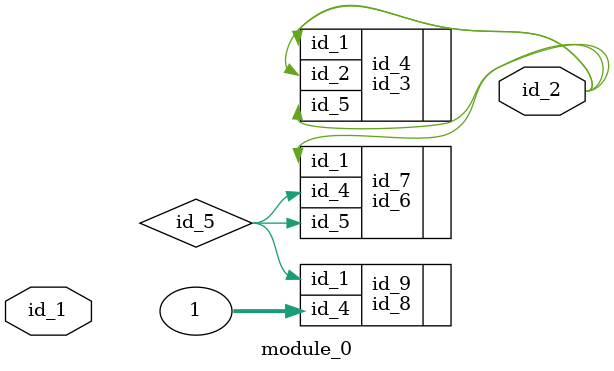
<source format=v>
module module_0 (
    id_1,
    id_2
);
  output id_2;
  input id_1;
  id_3 id_4 (
      .id_2(id_1),
      .id_2(id_2),
      .id_5(id_2),
      .id_1(id_2)
  );
  id_6 id_7 (
      .id_1(id_2),
      .id_5(id_5),
      .id_4(id_5)
  );
  id_8 id_9 (
      .id_1(id_5),
      .id_4(1)
  );
endmodule

</source>
